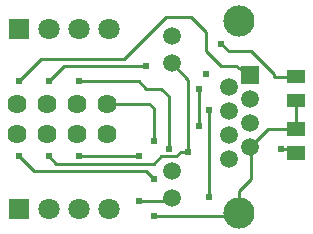
<source format=gbl>
G04 Layer: BottomLayer*
G04 EasyEDA v6.3.22, 2020-02-22T14:36:41+01:00*
G04 fca1b2bbbae341289ab7ee7fc42174b0,5bf1b712bda346c5934589caff60f8c7,10*
G04 Gerber Generator version 0.2*
G04 Scale: 100 percent, Rotated: No, Reflected: No *
G04 Dimensions in inches *
G04 leading zeros omitted , absolute positions ,2 integer and 4 decimal *
%FSLAX24Y24*%
%MOIN*%
G90*
G70D02*

%ADD10C,0.010000*%
%ADD11C,0.024000*%
%ADD12C,0.059000*%
%ADD13R,0.059000X0.059000*%
%ADD14C,0.104000*%
%ADD15C,0.063937*%
%ADD16R,0.070866X0.070866*%
%ADD17C,0.070866*%

%LPD*%
G54D10*
G01X8101Y609D02*
G01X8101Y1351D01*
G01X8500Y1750D01*
G01X8500Y2751D01*
G01X8451Y2800D01*
G01X8450Y2800D02*
G01X9050Y3400D01*
G01X10000Y3400D01*
G01X750Y5000D02*
G01X1500Y5750D01*
G01X4250Y5750D01*
G01X5650Y7150D01*
G01X6500Y7150D01*
G01X7000Y6650D01*
G01X7000Y6000D01*
G01X7500Y5500D01*
G01X8000Y5500D01*
G01X8451Y5200D01*
G01X2750Y2500D02*
G01X4750Y2500D01*
G01X4750Y1000D02*
G01X5753Y1000D01*
G01X5852Y1098D01*
G01X6750Y3500D02*
G01X6750Y4750D01*
G01X6400Y2650D02*
G01X6400Y5051D01*
G01X5852Y5598D01*
G01X5000Y5500D02*
G01X4750Y5500D01*
G01X2250Y5500D01*
G01X1750Y5000D01*
G01X750Y2500D02*
G01X1250Y2000D01*
G01X5000Y2000D01*
G01X5250Y1750D01*
G01X5250Y500D02*
G01X7990Y500D01*
G01X8101Y609D01*
G01X10000Y2600D02*
G01X9850Y2750D01*
G01X9500Y2750D01*
G01X7100Y1150D02*
G01X7100Y4050D01*
G01X10000Y5150D02*
G01X9250Y5150D01*
G01X9250Y5250D01*
G01X8500Y6000D01*
G01X7750Y6000D01*
G01X7500Y6250D01*
G01X5250Y3000D02*
G01X5250Y4100D01*
G01X5100Y4250D01*
G01X3700Y4250D01*
G01X1750Y2500D02*
G01X2000Y2250D01*
G01X5250Y2250D01*
G01X5500Y2500D01*
G01X6000Y2500D01*
G01X6150Y2650D01*
G01X6400Y2650D01*
G01X5750Y2750D02*
G01X5750Y4500D01*
G01X5500Y4750D01*
G01X5000Y4750D01*
G01X4750Y5000D01*
G01X2750Y5000D01*
G01X10000Y3400D02*
G01X10000Y4350D01*
G36*
G01X9714Y3628D02*
G01X9714Y3171D01*
G01X10285Y3171D01*
G01X10285Y3628D01*
G01X9714Y3628D01*
G37*
G36*
G01X9714Y2828D02*
G01X9714Y2371D01*
G01X10285Y2371D01*
G01X10285Y2828D01*
G01X9714Y2828D01*
G37*
G36*
G01X10285Y4121D02*
G01X10285Y4578D01*
G01X9714Y4578D01*
G01X9714Y4121D01*
G01X10285Y4121D01*
G37*
G36*
G01X10285Y4921D02*
G01X10285Y5378D01*
G01X9714Y5378D01*
G01X9714Y4921D01*
G01X10285Y4921D01*
G37*
G54D12*
G01X7750Y2400D03*
G54D13*
G01X8451Y5200D03*
G54D12*
G01X8451Y3600D03*
G01X8451Y4400D03*
G01X7750Y4000D03*
G01X7750Y4800D03*
G01X8451Y2800D03*
G54D14*
G01X8101Y6990D03*
G01X8101Y609D03*
G54D12*
G01X7750Y3200D03*
G01X5852Y2001D03*
G01X5852Y1098D03*
G01X5852Y6501D03*
G01X5852Y5598D03*
G54D15*
G01X700Y3250D03*
G01X700Y4250D03*
G01X1700Y3250D03*
G01X1700Y4250D03*
G01X2700Y3250D03*
G01X2700Y4250D03*
G01X3700Y3250D03*
G01X3700Y4250D03*
G54D16*
G01X750Y750D03*
G54D17*
G01X1750Y750D03*
G01X2750Y750D03*
G01X3750Y750D03*
G54D16*
G01X750Y6750D03*
G54D17*
G01X1750Y6750D03*
G01X2750Y6750D03*
G01X3750Y6750D03*
G54D11*
G01X750Y5000D03*
G01X1750Y5000D03*
G01X2750Y5000D03*
G01X2750Y2500D03*
G01X1750Y2500D03*
G01X750Y2500D03*
G01X4750Y2500D03*
G01X4750Y1000D03*
G01X6750Y3500D03*
G01X6750Y4750D03*
G01X6400Y2650D03*
G01X5250Y1750D03*
G01X5250Y500D03*
G01X9500Y2750D03*
G01X7100Y1150D03*
G01X7100Y4050D03*
G01X7000Y5250D03*
G01X7500Y6250D03*
G01X5000Y5500D03*
G01X5750Y2750D03*
G01X5250Y3000D03*
M00*
M02*

</source>
